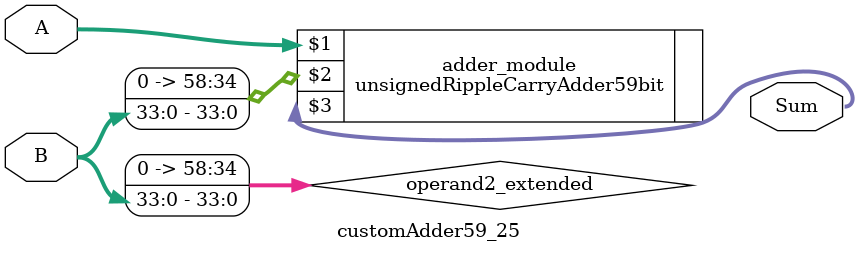
<source format=v>
module customAdder59_25(
                        input [58 : 0] A,
                        input [33 : 0] B,
                        
                        output [59 : 0] Sum
                );

        wire [58 : 0] operand2_extended;
        
        assign operand2_extended =  {25'b0, B};
        
        unsignedRippleCarryAdder59bit adder_module(
            A,
            operand2_extended,
            Sum
        );
        
        endmodule
        
</source>
